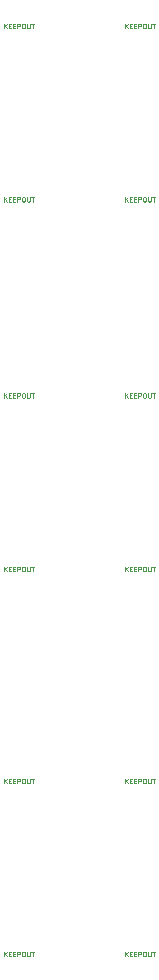
<source format=gbr>
%TF.GenerationSoftware,KiCad,Pcbnew,(7.0.0)*%
%TF.CreationDate,2023-03-06T17:31:15-08:00*%
%TF.ProjectId,passive mult,70617373-6976-4652-906d-756c742e6b69,rev?*%
%TF.SameCoordinates,Original*%
%TF.FileFunction,Other,Comment*%
%FSLAX46Y46*%
G04 Gerber Fmt 4.6, Leading zero omitted, Abs format (unit mm)*
G04 Created by KiCad (PCBNEW (7.0.0)) date 2023-03-06 17:31:15*
%MOMM*%
%LPD*%
G01*
G04 APERTURE LIST*
%ADD10C,0.051000*%
G04 APERTURE END LIST*
D10*
%TO.C,J10*%
X34011904Y-101726952D02*
X34011904Y-101326952D01*
X34240475Y-101726952D02*
X34069046Y-101498380D01*
X34240475Y-101326952D02*
X34011904Y-101555523D01*
X34411904Y-101517428D02*
X34545237Y-101517428D01*
X34602380Y-101726952D02*
X34411904Y-101726952D01*
X34411904Y-101726952D02*
X34411904Y-101326952D01*
X34411904Y-101326952D02*
X34602380Y-101326952D01*
X34773809Y-101517428D02*
X34907142Y-101517428D01*
X34964285Y-101726952D02*
X34773809Y-101726952D01*
X34773809Y-101726952D02*
X34773809Y-101326952D01*
X34773809Y-101326952D02*
X34964285Y-101326952D01*
X35135714Y-101726952D02*
X35135714Y-101326952D01*
X35135714Y-101326952D02*
X35288095Y-101326952D01*
X35288095Y-101326952D02*
X35326190Y-101346000D01*
X35326190Y-101346000D02*
X35345237Y-101365047D01*
X35345237Y-101365047D02*
X35364285Y-101403142D01*
X35364285Y-101403142D02*
X35364285Y-101460285D01*
X35364285Y-101460285D02*
X35345237Y-101498380D01*
X35345237Y-101498380D02*
X35326190Y-101517428D01*
X35326190Y-101517428D02*
X35288095Y-101536476D01*
X35288095Y-101536476D02*
X35135714Y-101536476D01*
X35611904Y-101326952D02*
X35688095Y-101326952D01*
X35688095Y-101326952D02*
X35726190Y-101346000D01*
X35726190Y-101346000D02*
X35764285Y-101384095D01*
X35764285Y-101384095D02*
X35783333Y-101460285D01*
X35783333Y-101460285D02*
X35783333Y-101593619D01*
X35783333Y-101593619D02*
X35764285Y-101669809D01*
X35764285Y-101669809D02*
X35726190Y-101707904D01*
X35726190Y-101707904D02*
X35688095Y-101726952D01*
X35688095Y-101726952D02*
X35611904Y-101726952D01*
X35611904Y-101726952D02*
X35573809Y-101707904D01*
X35573809Y-101707904D02*
X35535714Y-101669809D01*
X35535714Y-101669809D02*
X35516666Y-101593619D01*
X35516666Y-101593619D02*
X35516666Y-101460285D01*
X35516666Y-101460285D02*
X35535714Y-101384095D01*
X35535714Y-101384095D02*
X35573809Y-101346000D01*
X35573809Y-101346000D02*
X35611904Y-101326952D01*
X35954762Y-101326952D02*
X35954762Y-101650761D01*
X35954762Y-101650761D02*
X35973809Y-101688857D01*
X35973809Y-101688857D02*
X35992857Y-101707904D01*
X35992857Y-101707904D02*
X36030952Y-101726952D01*
X36030952Y-101726952D02*
X36107143Y-101726952D01*
X36107143Y-101726952D02*
X36145238Y-101707904D01*
X36145238Y-101707904D02*
X36164285Y-101688857D01*
X36164285Y-101688857D02*
X36183333Y-101650761D01*
X36183333Y-101650761D02*
X36183333Y-101326952D01*
X36316667Y-101326952D02*
X36545238Y-101326952D01*
X36430952Y-101726952D02*
X36430952Y-101326952D01*
%TO.C,J8*%
X34011904Y-83776952D02*
X34011904Y-83376952D01*
X34240475Y-83776952D02*
X34069046Y-83548380D01*
X34240475Y-83376952D02*
X34011904Y-83605523D01*
X34411904Y-83567428D02*
X34545237Y-83567428D01*
X34602380Y-83776952D02*
X34411904Y-83776952D01*
X34411904Y-83776952D02*
X34411904Y-83376952D01*
X34411904Y-83376952D02*
X34602380Y-83376952D01*
X34773809Y-83567428D02*
X34907142Y-83567428D01*
X34964285Y-83776952D02*
X34773809Y-83776952D01*
X34773809Y-83776952D02*
X34773809Y-83376952D01*
X34773809Y-83376952D02*
X34964285Y-83376952D01*
X35135714Y-83776952D02*
X35135714Y-83376952D01*
X35135714Y-83376952D02*
X35288095Y-83376952D01*
X35288095Y-83376952D02*
X35326190Y-83396000D01*
X35326190Y-83396000D02*
X35345237Y-83415047D01*
X35345237Y-83415047D02*
X35364285Y-83453142D01*
X35364285Y-83453142D02*
X35364285Y-83510285D01*
X35364285Y-83510285D02*
X35345237Y-83548380D01*
X35345237Y-83548380D02*
X35326190Y-83567428D01*
X35326190Y-83567428D02*
X35288095Y-83586476D01*
X35288095Y-83586476D02*
X35135714Y-83586476D01*
X35611904Y-83376952D02*
X35688095Y-83376952D01*
X35688095Y-83376952D02*
X35726190Y-83396000D01*
X35726190Y-83396000D02*
X35764285Y-83434095D01*
X35764285Y-83434095D02*
X35783333Y-83510285D01*
X35783333Y-83510285D02*
X35783333Y-83643619D01*
X35783333Y-83643619D02*
X35764285Y-83719809D01*
X35764285Y-83719809D02*
X35726190Y-83757904D01*
X35726190Y-83757904D02*
X35688095Y-83776952D01*
X35688095Y-83776952D02*
X35611904Y-83776952D01*
X35611904Y-83776952D02*
X35573809Y-83757904D01*
X35573809Y-83757904D02*
X35535714Y-83719809D01*
X35535714Y-83719809D02*
X35516666Y-83643619D01*
X35516666Y-83643619D02*
X35516666Y-83510285D01*
X35516666Y-83510285D02*
X35535714Y-83434095D01*
X35535714Y-83434095D02*
X35573809Y-83396000D01*
X35573809Y-83396000D02*
X35611904Y-83376952D01*
X35954762Y-83376952D02*
X35954762Y-83700761D01*
X35954762Y-83700761D02*
X35973809Y-83738857D01*
X35973809Y-83738857D02*
X35992857Y-83757904D01*
X35992857Y-83757904D02*
X36030952Y-83776952D01*
X36030952Y-83776952D02*
X36107143Y-83776952D01*
X36107143Y-83776952D02*
X36145238Y-83757904D01*
X36145238Y-83757904D02*
X36164285Y-83738857D01*
X36164285Y-83738857D02*
X36183333Y-83700761D01*
X36183333Y-83700761D02*
X36183333Y-83376952D01*
X36316667Y-83376952D02*
X36545238Y-83376952D01*
X36430952Y-83776952D02*
X36430952Y-83376952D01*
%TO.C,J7*%
X23761904Y-69096952D02*
X23761904Y-68696952D01*
X23990475Y-69096952D02*
X23819046Y-68868380D01*
X23990475Y-68696952D02*
X23761904Y-68925523D01*
X24161904Y-68887428D02*
X24295237Y-68887428D01*
X24352380Y-69096952D02*
X24161904Y-69096952D01*
X24161904Y-69096952D02*
X24161904Y-68696952D01*
X24161904Y-68696952D02*
X24352380Y-68696952D01*
X24523809Y-68887428D02*
X24657142Y-68887428D01*
X24714285Y-69096952D02*
X24523809Y-69096952D01*
X24523809Y-69096952D02*
X24523809Y-68696952D01*
X24523809Y-68696952D02*
X24714285Y-68696952D01*
X24885714Y-69096952D02*
X24885714Y-68696952D01*
X24885714Y-68696952D02*
X25038095Y-68696952D01*
X25038095Y-68696952D02*
X25076190Y-68716000D01*
X25076190Y-68716000D02*
X25095237Y-68735047D01*
X25095237Y-68735047D02*
X25114285Y-68773142D01*
X25114285Y-68773142D02*
X25114285Y-68830285D01*
X25114285Y-68830285D02*
X25095237Y-68868380D01*
X25095237Y-68868380D02*
X25076190Y-68887428D01*
X25076190Y-68887428D02*
X25038095Y-68906476D01*
X25038095Y-68906476D02*
X24885714Y-68906476D01*
X25361904Y-68696952D02*
X25438095Y-68696952D01*
X25438095Y-68696952D02*
X25476190Y-68716000D01*
X25476190Y-68716000D02*
X25514285Y-68754095D01*
X25514285Y-68754095D02*
X25533333Y-68830285D01*
X25533333Y-68830285D02*
X25533333Y-68963619D01*
X25533333Y-68963619D02*
X25514285Y-69039809D01*
X25514285Y-69039809D02*
X25476190Y-69077904D01*
X25476190Y-69077904D02*
X25438095Y-69096952D01*
X25438095Y-69096952D02*
X25361904Y-69096952D01*
X25361904Y-69096952D02*
X25323809Y-69077904D01*
X25323809Y-69077904D02*
X25285714Y-69039809D01*
X25285714Y-69039809D02*
X25266666Y-68963619D01*
X25266666Y-68963619D02*
X25266666Y-68830285D01*
X25266666Y-68830285D02*
X25285714Y-68754095D01*
X25285714Y-68754095D02*
X25323809Y-68716000D01*
X25323809Y-68716000D02*
X25361904Y-68696952D01*
X25704762Y-68696952D02*
X25704762Y-69020761D01*
X25704762Y-69020761D02*
X25723809Y-69058857D01*
X25723809Y-69058857D02*
X25742857Y-69077904D01*
X25742857Y-69077904D02*
X25780952Y-69096952D01*
X25780952Y-69096952D02*
X25857143Y-69096952D01*
X25857143Y-69096952D02*
X25895238Y-69077904D01*
X25895238Y-69077904D02*
X25914285Y-69058857D01*
X25914285Y-69058857D02*
X25933333Y-69020761D01*
X25933333Y-69020761D02*
X25933333Y-68696952D01*
X26066667Y-68696952D02*
X26295238Y-68696952D01*
X26180952Y-69096952D02*
X26180952Y-68696952D01*
%TO.C,J12*%
X34011904Y-116376952D02*
X34011904Y-115976952D01*
X34240475Y-116376952D02*
X34069046Y-116148380D01*
X34240475Y-115976952D02*
X34011904Y-116205523D01*
X34411904Y-116167428D02*
X34545237Y-116167428D01*
X34602380Y-116376952D02*
X34411904Y-116376952D01*
X34411904Y-116376952D02*
X34411904Y-115976952D01*
X34411904Y-115976952D02*
X34602380Y-115976952D01*
X34773809Y-116167428D02*
X34907142Y-116167428D01*
X34964285Y-116376952D02*
X34773809Y-116376952D01*
X34773809Y-116376952D02*
X34773809Y-115976952D01*
X34773809Y-115976952D02*
X34964285Y-115976952D01*
X35135714Y-116376952D02*
X35135714Y-115976952D01*
X35135714Y-115976952D02*
X35288095Y-115976952D01*
X35288095Y-115976952D02*
X35326190Y-115996000D01*
X35326190Y-115996000D02*
X35345237Y-116015047D01*
X35345237Y-116015047D02*
X35364285Y-116053142D01*
X35364285Y-116053142D02*
X35364285Y-116110285D01*
X35364285Y-116110285D02*
X35345237Y-116148380D01*
X35345237Y-116148380D02*
X35326190Y-116167428D01*
X35326190Y-116167428D02*
X35288095Y-116186476D01*
X35288095Y-116186476D02*
X35135714Y-116186476D01*
X35611904Y-115976952D02*
X35688095Y-115976952D01*
X35688095Y-115976952D02*
X35726190Y-115996000D01*
X35726190Y-115996000D02*
X35764285Y-116034095D01*
X35764285Y-116034095D02*
X35783333Y-116110285D01*
X35783333Y-116110285D02*
X35783333Y-116243619D01*
X35783333Y-116243619D02*
X35764285Y-116319809D01*
X35764285Y-116319809D02*
X35726190Y-116357904D01*
X35726190Y-116357904D02*
X35688095Y-116376952D01*
X35688095Y-116376952D02*
X35611904Y-116376952D01*
X35611904Y-116376952D02*
X35573809Y-116357904D01*
X35573809Y-116357904D02*
X35535714Y-116319809D01*
X35535714Y-116319809D02*
X35516666Y-116243619D01*
X35516666Y-116243619D02*
X35516666Y-116110285D01*
X35516666Y-116110285D02*
X35535714Y-116034095D01*
X35535714Y-116034095D02*
X35573809Y-115996000D01*
X35573809Y-115996000D02*
X35611904Y-115976952D01*
X35954762Y-115976952D02*
X35954762Y-116300761D01*
X35954762Y-116300761D02*
X35973809Y-116338857D01*
X35973809Y-116338857D02*
X35992857Y-116357904D01*
X35992857Y-116357904D02*
X36030952Y-116376952D01*
X36030952Y-116376952D02*
X36107143Y-116376952D01*
X36107143Y-116376952D02*
X36145238Y-116357904D01*
X36145238Y-116357904D02*
X36164285Y-116338857D01*
X36164285Y-116338857D02*
X36183333Y-116300761D01*
X36183333Y-116300761D02*
X36183333Y-115976952D01*
X36316667Y-115976952D02*
X36545238Y-115976952D01*
X36430952Y-116376952D02*
X36430952Y-115976952D01*
%TO.C,J11*%
X23761904Y-101726952D02*
X23761904Y-101326952D01*
X23990475Y-101726952D02*
X23819046Y-101498380D01*
X23990475Y-101326952D02*
X23761904Y-101555523D01*
X24161904Y-101517428D02*
X24295237Y-101517428D01*
X24352380Y-101726952D02*
X24161904Y-101726952D01*
X24161904Y-101726952D02*
X24161904Y-101326952D01*
X24161904Y-101326952D02*
X24352380Y-101326952D01*
X24523809Y-101517428D02*
X24657142Y-101517428D01*
X24714285Y-101726952D02*
X24523809Y-101726952D01*
X24523809Y-101726952D02*
X24523809Y-101326952D01*
X24523809Y-101326952D02*
X24714285Y-101326952D01*
X24885714Y-101726952D02*
X24885714Y-101326952D01*
X24885714Y-101326952D02*
X25038095Y-101326952D01*
X25038095Y-101326952D02*
X25076190Y-101346000D01*
X25076190Y-101346000D02*
X25095237Y-101365047D01*
X25095237Y-101365047D02*
X25114285Y-101403142D01*
X25114285Y-101403142D02*
X25114285Y-101460285D01*
X25114285Y-101460285D02*
X25095237Y-101498380D01*
X25095237Y-101498380D02*
X25076190Y-101517428D01*
X25076190Y-101517428D02*
X25038095Y-101536476D01*
X25038095Y-101536476D02*
X24885714Y-101536476D01*
X25361904Y-101326952D02*
X25438095Y-101326952D01*
X25438095Y-101326952D02*
X25476190Y-101346000D01*
X25476190Y-101346000D02*
X25514285Y-101384095D01*
X25514285Y-101384095D02*
X25533333Y-101460285D01*
X25533333Y-101460285D02*
X25533333Y-101593619D01*
X25533333Y-101593619D02*
X25514285Y-101669809D01*
X25514285Y-101669809D02*
X25476190Y-101707904D01*
X25476190Y-101707904D02*
X25438095Y-101726952D01*
X25438095Y-101726952D02*
X25361904Y-101726952D01*
X25361904Y-101726952D02*
X25323809Y-101707904D01*
X25323809Y-101707904D02*
X25285714Y-101669809D01*
X25285714Y-101669809D02*
X25266666Y-101593619D01*
X25266666Y-101593619D02*
X25266666Y-101460285D01*
X25266666Y-101460285D02*
X25285714Y-101384095D01*
X25285714Y-101384095D02*
X25323809Y-101346000D01*
X25323809Y-101346000D02*
X25361904Y-101326952D01*
X25704762Y-101326952D02*
X25704762Y-101650761D01*
X25704762Y-101650761D02*
X25723809Y-101688857D01*
X25723809Y-101688857D02*
X25742857Y-101707904D01*
X25742857Y-101707904D02*
X25780952Y-101726952D01*
X25780952Y-101726952D02*
X25857143Y-101726952D01*
X25857143Y-101726952D02*
X25895238Y-101707904D01*
X25895238Y-101707904D02*
X25914285Y-101688857D01*
X25914285Y-101688857D02*
X25933333Y-101650761D01*
X25933333Y-101650761D02*
X25933333Y-101326952D01*
X26066667Y-101326952D02*
X26295238Y-101326952D01*
X26180952Y-101726952D02*
X26180952Y-101326952D01*
%TO.C,J13*%
X23761904Y-116376952D02*
X23761904Y-115976952D01*
X23990475Y-116376952D02*
X23819046Y-116148380D01*
X23990475Y-115976952D02*
X23761904Y-116205523D01*
X24161904Y-116167428D02*
X24295237Y-116167428D01*
X24352380Y-116376952D02*
X24161904Y-116376952D01*
X24161904Y-116376952D02*
X24161904Y-115976952D01*
X24161904Y-115976952D02*
X24352380Y-115976952D01*
X24523809Y-116167428D02*
X24657142Y-116167428D01*
X24714285Y-116376952D02*
X24523809Y-116376952D01*
X24523809Y-116376952D02*
X24523809Y-115976952D01*
X24523809Y-115976952D02*
X24714285Y-115976952D01*
X24885714Y-116376952D02*
X24885714Y-115976952D01*
X24885714Y-115976952D02*
X25038095Y-115976952D01*
X25038095Y-115976952D02*
X25076190Y-115996000D01*
X25076190Y-115996000D02*
X25095237Y-116015047D01*
X25095237Y-116015047D02*
X25114285Y-116053142D01*
X25114285Y-116053142D02*
X25114285Y-116110285D01*
X25114285Y-116110285D02*
X25095237Y-116148380D01*
X25095237Y-116148380D02*
X25076190Y-116167428D01*
X25076190Y-116167428D02*
X25038095Y-116186476D01*
X25038095Y-116186476D02*
X24885714Y-116186476D01*
X25361904Y-115976952D02*
X25438095Y-115976952D01*
X25438095Y-115976952D02*
X25476190Y-115996000D01*
X25476190Y-115996000D02*
X25514285Y-116034095D01*
X25514285Y-116034095D02*
X25533333Y-116110285D01*
X25533333Y-116110285D02*
X25533333Y-116243619D01*
X25533333Y-116243619D02*
X25514285Y-116319809D01*
X25514285Y-116319809D02*
X25476190Y-116357904D01*
X25476190Y-116357904D02*
X25438095Y-116376952D01*
X25438095Y-116376952D02*
X25361904Y-116376952D01*
X25361904Y-116376952D02*
X25323809Y-116357904D01*
X25323809Y-116357904D02*
X25285714Y-116319809D01*
X25285714Y-116319809D02*
X25266666Y-116243619D01*
X25266666Y-116243619D02*
X25266666Y-116110285D01*
X25266666Y-116110285D02*
X25285714Y-116034095D01*
X25285714Y-116034095D02*
X25323809Y-115996000D01*
X25323809Y-115996000D02*
X25361904Y-115976952D01*
X25704762Y-115976952D02*
X25704762Y-116300761D01*
X25704762Y-116300761D02*
X25723809Y-116338857D01*
X25723809Y-116338857D02*
X25742857Y-116357904D01*
X25742857Y-116357904D02*
X25780952Y-116376952D01*
X25780952Y-116376952D02*
X25857143Y-116376952D01*
X25857143Y-116376952D02*
X25895238Y-116357904D01*
X25895238Y-116357904D02*
X25914285Y-116338857D01*
X25914285Y-116338857D02*
X25933333Y-116300761D01*
X25933333Y-116300761D02*
X25933333Y-115976952D01*
X26066667Y-115976952D02*
X26295238Y-115976952D01*
X26180952Y-116376952D02*
X26180952Y-115976952D01*
%TO.C,J9*%
X23761904Y-83776952D02*
X23761904Y-83376952D01*
X23990475Y-83776952D02*
X23819046Y-83548380D01*
X23990475Y-83376952D02*
X23761904Y-83605523D01*
X24161904Y-83567428D02*
X24295237Y-83567428D01*
X24352380Y-83776952D02*
X24161904Y-83776952D01*
X24161904Y-83776952D02*
X24161904Y-83376952D01*
X24161904Y-83376952D02*
X24352380Y-83376952D01*
X24523809Y-83567428D02*
X24657142Y-83567428D01*
X24714285Y-83776952D02*
X24523809Y-83776952D01*
X24523809Y-83776952D02*
X24523809Y-83376952D01*
X24523809Y-83376952D02*
X24714285Y-83376952D01*
X24885714Y-83776952D02*
X24885714Y-83376952D01*
X24885714Y-83376952D02*
X25038095Y-83376952D01*
X25038095Y-83376952D02*
X25076190Y-83396000D01*
X25076190Y-83396000D02*
X25095237Y-83415047D01*
X25095237Y-83415047D02*
X25114285Y-83453142D01*
X25114285Y-83453142D02*
X25114285Y-83510285D01*
X25114285Y-83510285D02*
X25095237Y-83548380D01*
X25095237Y-83548380D02*
X25076190Y-83567428D01*
X25076190Y-83567428D02*
X25038095Y-83586476D01*
X25038095Y-83586476D02*
X24885714Y-83586476D01*
X25361904Y-83376952D02*
X25438095Y-83376952D01*
X25438095Y-83376952D02*
X25476190Y-83396000D01*
X25476190Y-83396000D02*
X25514285Y-83434095D01*
X25514285Y-83434095D02*
X25533333Y-83510285D01*
X25533333Y-83510285D02*
X25533333Y-83643619D01*
X25533333Y-83643619D02*
X25514285Y-83719809D01*
X25514285Y-83719809D02*
X25476190Y-83757904D01*
X25476190Y-83757904D02*
X25438095Y-83776952D01*
X25438095Y-83776952D02*
X25361904Y-83776952D01*
X25361904Y-83776952D02*
X25323809Y-83757904D01*
X25323809Y-83757904D02*
X25285714Y-83719809D01*
X25285714Y-83719809D02*
X25266666Y-83643619D01*
X25266666Y-83643619D02*
X25266666Y-83510285D01*
X25266666Y-83510285D02*
X25285714Y-83434095D01*
X25285714Y-83434095D02*
X25323809Y-83396000D01*
X25323809Y-83396000D02*
X25361904Y-83376952D01*
X25704762Y-83376952D02*
X25704762Y-83700761D01*
X25704762Y-83700761D02*
X25723809Y-83738857D01*
X25723809Y-83738857D02*
X25742857Y-83757904D01*
X25742857Y-83757904D02*
X25780952Y-83776952D01*
X25780952Y-83776952D02*
X25857143Y-83776952D01*
X25857143Y-83776952D02*
X25895238Y-83757904D01*
X25895238Y-83757904D02*
X25914285Y-83738857D01*
X25914285Y-83738857D02*
X25933333Y-83700761D01*
X25933333Y-83700761D02*
X25933333Y-83376952D01*
X26066667Y-83376952D02*
X26295238Y-83376952D01*
X26180952Y-83776952D02*
X26180952Y-83376952D01*
%TO.C,J4*%
X34011904Y-52476952D02*
X34011904Y-52076952D01*
X34240475Y-52476952D02*
X34069046Y-52248380D01*
X34240475Y-52076952D02*
X34011904Y-52305523D01*
X34411904Y-52267428D02*
X34545237Y-52267428D01*
X34602380Y-52476952D02*
X34411904Y-52476952D01*
X34411904Y-52476952D02*
X34411904Y-52076952D01*
X34411904Y-52076952D02*
X34602380Y-52076952D01*
X34773809Y-52267428D02*
X34907142Y-52267428D01*
X34964285Y-52476952D02*
X34773809Y-52476952D01*
X34773809Y-52476952D02*
X34773809Y-52076952D01*
X34773809Y-52076952D02*
X34964285Y-52076952D01*
X35135714Y-52476952D02*
X35135714Y-52076952D01*
X35135714Y-52076952D02*
X35288095Y-52076952D01*
X35288095Y-52076952D02*
X35326190Y-52096000D01*
X35326190Y-52096000D02*
X35345237Y-52115047D01*
X35345237Y-52115047D02*
X35364285Y-52153142D01*
X35364285Y-52153142D02*
X35364285Y-52210285D01*
X35364285Y-52210285D02*
X35345237Y-52248380D01*
X35345237Y-52248380D02*
X35326190Y-52267428D01*
X35326190Y-52267428D02*
X35288095Y-52286476D01*
X35288095Y-52286476D02*
X35135714Y-52286476D01*
X35611904Y-52076952D02*
X35688095Y-52076952D01*
X35688095Y-52076952D02*
X35726190Y-52096000D01*
X35726190Y-52096000D02*
X35764285Y-52134095D01*
X35764285Y-52134095D02*
X35783333Y-52210285D01*
X35783333Y-52210285D02*
X35783333Y-52343619D01*
X35783333Y-52343619D02*
X35764285Y-52419809D01*
X35764285Y-52419809D02*
X35726190Y-52457904D01*
X35726190Y-52457904D02*
X35688095Y-52476952D01*
X35688095Y-52476952D02*
X35611904Y-52476952D01*
X35611904Y-52476952D02*
X35573809Y-52457904D01*
X35573809Y-52457904D02*
X35535714Y-52419809D01*
X35535714Y-52419809D02*
X35516666Y-52343619D01*
X35516666Y-52343619D02*
X35516666Y-52210285D01*
X35516666Y-52210285D02*
X35535714Y-52134095D01*
X35535714Y-52134095D02*
X35573809Y-52096000D01*
X35573809Y-52096000D02*
X35611904Y-52076952D01*
X35954762Y-52076952D02*
X35954762Y-52400761D01*
X35954762Y-52400761D02*
X35973809Y-52438857D01*
X35973809Y-52438857D02*
X35992857Y-52457904D01*
X35992857Y-52457904D02*
X36030952Y-52476952D01*
X36030952Y-52476952D02*
X36107143Y-52476952D01*
X36107143Y-52476952D02*
X36145238Y-52457904D01*
X36145238Y-52457904D02*
X36164285Y-52438857D01*
X36164285Y-52438857D02*
X36183333Y-52400761D01*
X36183333Y-52400761D02*
X36183333Y-52076952D01*
X36316667Y-52076952D02*
X36545238Y-52076952D01*
X36430952Y-52476952D02*
X36430952Y-52076952D01*
%TO.C,J6*%
X34011904Y-69096952D02*
X34011904Y-68696952D01*
X34240475Y-69096952D02*
X34069046Y-68868380D01*
X34240475Y-68696952D02*
X34011904Y-68925523D01*
X34411904Y-68887428D02*
X34545237Y-68887428D01*
X34602380Y-69096952D02*
X34411904Y-69096952D01*
X34411904Y-69096952D02*
X34411904Y-68696952D01*
X34411904Y-68696952D02*
X34602380Y-68696952D01*
X34773809Y-68887428D02*
X34907142Y-68887428D01*
X34964285Y-69096952D02*
X34773809Y-69096952D01*
X34773809Y-69096952D02*
X34773809Y-68696952D01*
X34773809Y-68696952D02*
X34964285Y-68696952D01*
X35135714Y-69096952D02*
X35135714Y-68696952D01*
X35135714Y-68696952D02*
X35288095Y-68696952D01*
X35288095Y-68696952D02*
X35326190Y-68716000D01*
X35326190Y-68716000D02*
X35345237Y-68735047D01*
X35345237Y-68735047D02*
X35364285Y-68773142D01*
X35364285Y-68773142D02*
X35364285Y-68830285D01*
X35364285Y-68830285D02*
X35345237Y-68868380D01*
X35345237Y-68868380D02*
X35326190Y-68887428D01*
X35326190Y-68887428D02*
X35288095Y-68906476D01*
X35288095Y-68906476D02*
X35135714Y-68906476D01*
X35611904Y-68696952D02*
X35688095Y-68696952D01*
X35688095Y-68696952D02*
X35726190Y-68716000D01*
X35726190Y-68716000D02*
X35764285Y-68754095D01*
X35764285Y-68754095D02*
X35783333Y-68830285D01*
X35783333Y-68830285D02*
X35783333Y-68963619D01*
X35783333Y-68963619D02*
X35764285Y-69039809D01*
X35764285Y-69039809D02*
X35726190Y-69077904D01*
X35726190Y-69077904D02*
X35688095Y-69096952D01*
X35688095Y-69096952D02*
X35611904Y-69096952D01*
X35611904Y-69096952D02*
X35573809Y-69077904D01*
X35573809Y-69077904D02*
X35535714Y-69039809D01*
X35535714Y-69039809D02*
X35516666Y-68963619D01*
X35516666Y-68963619D02*
X35516666Y-68830285D01*
X35516666Y-68830285D02*
X35535714Y-68754095D01*
X35535714Y-68754095D02*
X35573809Y-68716000D01*
X35573809Y-68716000D02*
X35611904Y-68696952D01*
X35954762Y-68696952D02*
X35954762Y-69020761D01*
X35954762Y-69020761D02*
X35973809Y-69058857D01*
X35973809Y-69058857D02*
X35992857Y-69077904D01*
X35992857Y-69077904D02*
X36030952Y-69096952D01*
X36030952Y-69096952D02*
X36107143Y-69096952D01*
X36107143Y-69096952D02*
X36145238Y-69077904D01*
X36145238Y-69077904D02*
X36164285Y-69058857D01*
X36164285Y-69058857D02*
X36183333Y-69020761D01*
X36183333Y-69020761D02*
X36183333Y-68696952D01*
X36316667Y-68696952D02*
X36545238Y-68696952D01*
X36430952Y-69096952D02*
X36430952Y-68696952D01*
%TO.C,J5*%
X23761904Y-52476952D02*
X23761904Y-52076952D01*
X23990475Y-52476952D02*
X23819046Y-52248380D01*
X23990475Y-52076952D02*
X23761904Y-52305523D01*
X24161904Y-52267428D02*
X24295237Y-52267428D01*
X24352380Y-52476952D02*
X24161904Y-52476952D01*
X24161904Y-52476952D02*
X24161904Y-52076952D01*
X24161904Y-52076952D02*
X24352380Y-52076952D01*
X24523809Y-52267428D02*
X24657142Y-52267428D01*
X24714285Y-52476952D02*
X24523809Y-52476952D01*
X24523809Y-52476952D02*
X24523809Y-52076952D01*
X24523809Y-52076952D02*
X24714285Y-52076952D01*
X24885714Y-52476952D02*
X24885714Y-52076952D01*
X24885714Y-52076952D02*
X25038095Y-52076952D01*
X25038095Y-52076952D02*
X25076190Y-52096000D01*
X25076190Y-52096000D02*
X25095237Y-52115047D01*
X25095237Y-52115047D02*
X25114285Y-52153142D01*
X25114285Y-52153142D02*
X25114285Y-52210285D01*
X25114285Y-52210285D02*
X25095237Y-52248380D01*
X25095237Y-52248380D02*
X25076190Y-52267428D01*
X25076190Y-52267428D02*
X25038095Y-52286476D01*
X25038095Y-52286476D02*
X24885714Y-52286476D01*
X25361904Y-52076952D02*
X25438095Y-52076952D01*
X25438095Y-52076952D02*
X25476190Y-52096000D01*
X25476190Y-52096000D02*
X25514285Y-52134095D01*
X25514285Y-52134095D02*
X25533333Y-52210285D01*
X25533333Y-52210285D02*
X25533333Y-52343619D01*
X25533333Y-52343619D02*
X25514285Y-52419809D01*
X25514285Y-52419809D02*
X25476190Y-52457904D01*
X25476190Y-52457904D02*
X25438095Y-52476952D01*
X25438095Y-52476952D02*
X25361904Y-52476952D01*
X25361904Y-52476952D02*
X25323809Y-52457904D01*
X25323809Y-52457904D02*
X25285714Y-52419809D01*
X25285714Y-52419809D02*
X25266666Y-52343619D01*
X25266666Y-52343619D02*
X25266666Y-52210285D01*
X25266666Y-52210285D02*
X25285714Y-52134095D01*
X25285714Y-52134095D02*
X25323809Y-52096000D01*
X25323809Y-52096000D02*
X25361904Y-52076952D01*
X25704762Y-52076952D02*
X25704762Y-52400761D01*
X25704762Y-52400761D02*
X25723809Y-52438857D01*
X25723809Y-52438857D02*
X25742857Y-52457904D01*
X25742857Y-52457904D02*
X25780952Y-52476952D01*
X25780952Y-52476952D02*
X25857143Y-52476952D01*
X25857143Y-52476952D02*
X25895238Y-52457904D01*
X25895238Y-52457904D02*
X25914285Y-52438857D01*
X25914285Y-52438857D02*
X25933333Y-52400761D01*
X25933333Y-52400761D02*
X25933333Y-52076952D01*
X26066667Y-52076952D02*
X26295238Y-52076952D01*
X26180952Y-52476952D02*
X26180952Y-52076952D01*
%TO.C,J2*%
X34011904Y-37806952D02*
X34011904Y-37406952D01*
X34240475Y-37806952D02*
X34069046Y-37578380D01*
X34240475Y-37406952D02*
X34011904Y-37635523D01*
X34411904Y-37597428D02*
X34545237Y-37597428D01*
X34602380Y-37806952D02*
X34411904Y-37806952D01*
X34411904Y-37806952D02*
X34411904Y-37406952D01*
X34411904Y-37406952D02*
X34602380Y-37406952D01*
X34773809Y-37597428D02*
X34907142Y-37597428D01*
X34964285Y-37806952D02*
X34773809Y-37806952D01*
X34773809Y-37806952D02*
X34773809Y-37406952D01*
X34773809Y-37406952D02*
X34964285Y-37406952D01*
X35135714Y-37806952D02*
X35135714Y-37406952D01*
X35135714Y-37406952D02*
X35288095Y-37406952D01*
X35288095Y-37406952D02*
X35326190Y-37426000D01*
X35326190Y-37426000D02*
X35345237Y-37445047D01*
X35345237Y-37445047D02*
X35364285Y-37483142D01*
X35364285Y-37483142D02*
X35364285Y-37540285D01*
X35364285Y-37540285D02*
X35345237Y-37578380D01*
X35345237Y-37578380D02*
X35326190Y-37597428D01*
X35326190Y-37597428D02*
X35288095Y-37616476D01*
X35288095Y-37616476D02*
X35135714Y-37616476D01*
X35611904Y-37406952D02*
X35688095Y-37406952D01*
X35688095Y-37406952D02*
X35726190Y-37426000D01*
X35726190Y-37426000D02*
X35764285Y-37464095D01*
X35764285Y-37464095D02*
X35783333Y-37540285D01*
X35783333Y-37540285D02*
X35783333Y-37673619D01*
X35783333Y-37673619D02*
X35764285Y-37749809D01*
X35764285Y-37749809D02*
X35726190Y-37787904D01*
X35726190Y-37787904D02*
X35688095Y-37806952D01*
X35688095Y-37806952D02*
X35611904Y-37806952D01*
X35611904Y-37806952D02*
X35573809Y-37787904D01*
X35573809Y-37787904D02*
X35535714Y-37749809D01*
X35535714Y-37749809D02*
X35516666Y-37673619D01*
X35516666Y-37673619D02*
X35516666Y-37540285D01*
X35516666Y-37540285D02*
X35535714Y-37464095D01*
X35535714Y-37464095D02*
X35573809Y-37426000D01*
X35573809Y-37426000D02*
X35611904Y-37406952D01*
X35954762Y-37406952D02*
X35954762Y-37730761D01*
X35954762Y-37730761D02*
X35973809Y-37768857D01*
X35973809Y-37768857D02*
X35992857Y-37787904D01*
X35992857Y-37787904D02*
X36030952Y-37806952D01*
X36030952Y-37806952D02*
X36107143Y-37806952D01*
X36107143Y-37806952D02*
X36145238Y-37787904D01*
X36145238Y-37787904D02*
X36164285Y-37768857D01*
X36164285Y-37768857D02*
X36183333Y-37730761D01*
X36183333Y-37730761D02*
X36183333Y-37406952D01*
X36316667Y-37406952D02*
X36545238Y-37406952D01*
X36430952Y-37806952D02*
X36430952Y-37406952D01*
%TO.C,J3*%
X23761904Y-37806952D02*
X23761904Y-37406952D01*
X23990475Y-37806952D02*
X23819046Y-37578380D01*
X23990475Y-37406952D02*
X23761904Y-37635523D01*
X24161904Y-37597428D02*
X24295237Y-37597428D01*
X24352380Y-37806952D02*
X24161904Y-37806952D01*
X24161904Y-37806952D02*
X24161904Y-37406952D01*
X24161904Y-37406952D02*
X24352380Y-37406952D01*
X24523809Y-37597428D02*
X24657142Y-37597428D01*
X24714285Y-37806952D02*
X24523809Y-37806952D01*
X24523809Y-37806952D02*
X24523809Y-37406952D01*
X24523809Y-37406952D02*
X24714285Y-37406952D01*
X24885714Y-37806952D02*
X24885714Y-37406952D01*
X24885714Y-37406952D02*
X25038095Y-37406952D01*
X25038095Y-37406952D02*
X25076190Y-37426000D01*
X25076190Y-37426000D02*
X25095237Y-37445047D01*
X25095237Y-37445047D02*
X25114285Y-37483142D01*
X25114285Y-37483142D02*
X25114285Y-37540285D01*
X25114285Y-37540285D02*
X25095237Y-37578380D01*
X25095237Y-37578380D02*
X25076190Y-37597428D01*
X25076190Y-37597428D02*
X25038095Y-37616476D01*
X25038095Y-37616476D02*
X24885714Y-37616476D01*
X25361904Y-37406952D02*
X25438095Y-37406952D01*
X25438095Y-37406952D02*
X25476190Y-37426000D01*
X25476190Y-37426000D02*
X25514285Y-37464095D01*
X25514285Y-37464095D02*
X25533333Y-37540285D01*
X25533333Y-37540285D02*
X25533333Y-37673619D01*
X25533333Y-37673619D02*
X25514285Y-37749809D01*
X25514285Y-37749809D02*
X25476190Y-37787904D01*
X25476190Y-37787904D02*
X25438095Y-37806952D01*
X25438095Y-37806952D02*
X25361904Y-37806952D01*
X25361904Y-37806952D02*
X25323809Y-37787904D01*
X25323809Y-37787904D02*
X25285714Y-37749809D01*
X25285714Y-37749809D02*
X25266666Y-37673619D01*
X25266666Y-37673619D02*
X25266666Y-37540285D01*
X25266666Y-37540285D02*
X25285714Y-37464095D01*
X25285714Y-37464095D02*
X25323809Y-37426000D01*
X25323809Y-37426000D02*
X25361904Y-37406952D01*
X25704762Y-37406952D02*
X25704762Y-37730761D01*
X25704762Y-37730761D02*
X25723809Y-37768857D01*
X25723809Y-37768857D02*
X25742857Y-37787904D01*
X25742857Y-37787904D02*
X25780952Y-37806952D01*
X25780952Y-37806952D02*
X25857143Y-37806952D01*
X25857143Y-37806952D02*
X25895238Y-37787904D01*
X25895238Y-37787904D02*
X25914285Y-37768857D01*
X25914285Y-37768857D02*
X25933333Y-37730761D01*
X25933333Y-37730761D02*
X25933333Y-37406952D01*
X26066667Y-37406952D02*
X26295238Y-37406952D01*
X26180952Y-37806952D02*
X26180952Y-37406952D01*
%TD*%
M02*

</source>
